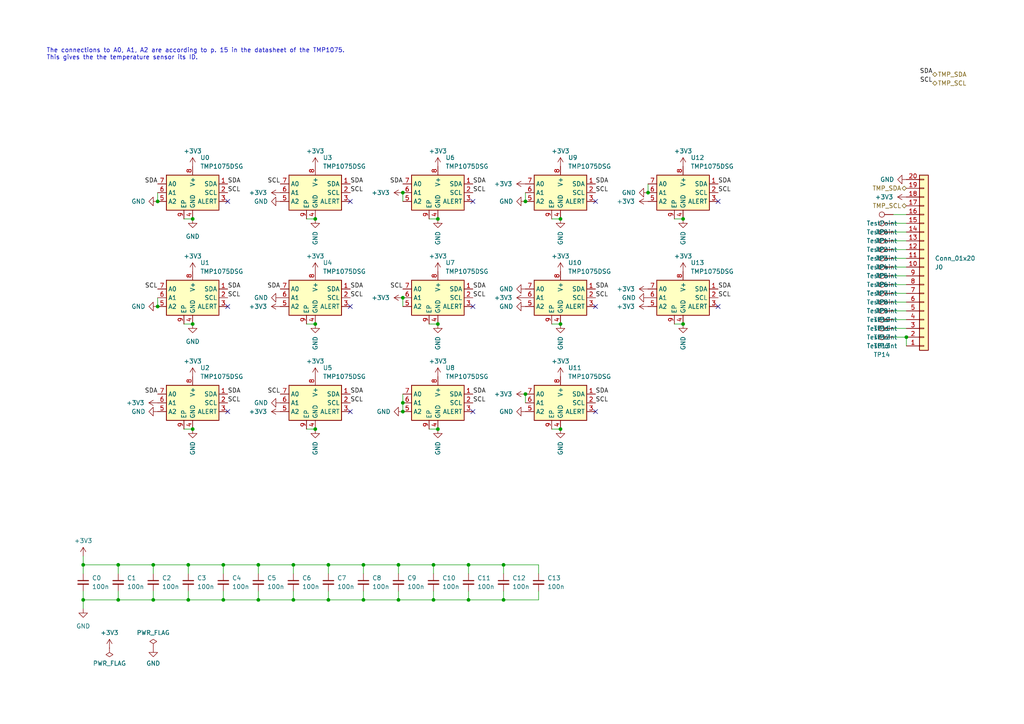
<source format=kicad_sch>
(kicad_sch (version 20231120) (generator "eeschema") (generator_version "8.0")
  (paper "A4")
  (lib_symbols
    (symbol "+3V3_1" (power) (pin_numbers hide) (pin_names (offset 0) hide)
      (property "Value" "+3V3" (at 0 3.556 0))
      (symbol "+3V3_1_0_1"
        (polyline (pts (xy -0.762 1.27) (xy 0 2.54)))
        (polyline (pts (xy 0 0) (xy 0 2.54)))
        (polyline (pts (xy 0 2.54) (xy 0.762 1.27)))
      )
      (symbol "+3V3_1_1_1"
        (pin power_in line (at 0 0 90) (length 0) (name "~") (number "1"))
      )
    )
    (symbol "Connector:TestPoint" (pin_numbers hide) (pin_names (offset 0.762) hide)
      (property "Reference" "TP" (at 0 6.858 0))
      (property "Value" "TestPoint" (at 0 5.08 0))
      (symbol "TestPoint_0_1"
        (circle (center 0 3.302) (radius 0.762))
      )
      (symbol "TestPoint_1_1"
        (pin passive line (at 0 0 90) (length 2.54) (name "1") (number "1"))
      )
    )
    (symbol "Connector_Generic:Conn_01x20" (pin_names (offset 1.016) hide)
      (property "Reference" "J" (at 0 25.4 0))
      (property "Value" "Conn_01x20" (at 0 -27.94 0))
      (symbol "Conn_01x20_1_1"
        (rectangle (start -1.27 -25.273) (end 0 -25.527) (stroke (width 0.1524)))
        (rectangle (start -1.27 -22.733) (end 0 -22.987) (stroke (width 0.1524)))
        (rectangle (start -1.27 -20.193) (end 0 -20.447) (stroke (width 0.1524)))
        (rectangle (start -1.27 -17.653) (end 0 -17.907) (stroke (width 0.1524)))
        (rectangle (start -1.27 -15.113) (end 0 -15.367) (stroke (width 0.1524)))
        (rectangle (start -1.27 -12.573) (end 0 -12.827) (stroke (width 0.1524)))
        (rectangle (start -1.27 -10.033) (end 0 -10.287) (stroke (width 0.1524)))
        (rectangle (start -1.27 -7.493) (end 0 -7.747) (stroke (width 0.1524)))
        (rectangle (start -1.27 -4.953) (end 0 -5.207) (stroke (width 0.1524)))
        (rectangle (start -1.27 -2.413) (end 0 -2.667) (stroke (width 0.1524)))
        (rectangle (start -1.27 0.127) (end 0 -0.127) (stroke (width 0.1524)))
        (rectangle (start -1.27 2.667) (end 0 2.413) (stroke (width 0.1524)))
        (rectangle (start -1.27 5.207) (end 0 4.953) (stroke (width 0.1524)))
        (rectangle (start -1.27 7.747) (end 0 7.493) (stroke (width 0.1524)))
        (rectangle (start -1.27 10.287) (end 0 10.033) (stroke (width 0.1524)))
        (rectangle (start -1.27 12.827) (end 0 12.573) (stroke (width 0.1524)))
        (rectangle (start -1.27 15.367) (end 0 15.113) (stroke (width 0.1524)))
        (rectangle (start -1.27 17.907) (end 0 17.653) (stroke (width 0.1524)))
        (rectangle (start -1.27 20.447) (end 0 20.193) (stroke (width 0.1524)))
        (rectangle (start -1.27 22.987) (end 0 22.733) (stroke (width 0.1524)))
        (rectangle (start -1.27 24.13) (end 1.27 -26.67) (stroke (width 0.254)) (fill (type background)))
        (pin passive line (at -5.08 22.86 0) (length 3.81) (name "Pin_1") (number "1"))
        (pin passive line (at -5.08 0 0) (length 3.81) (name "Pin_10") (number "10"))
        (pin passive line (at -5.08 -2.54 0) (length 3.81) (name "Pin_11") (number "11"))
        (pin passive line (at -5.08 -5.08 0) (length 3.81) (name "Pin_12") (number "12"))
        (pin passive line (at -5.08 -7.62 0) (length 3.81) (name "Pin_13") (number "13"))
        (pin passive line (at -5.08 -10.16 0) (length 3.81) (name "Pin_14") (number "14"))
        (pin passive line (at -5.08 -12.7 0) (length 3.81) (name "Pin_15") (number "15"))
        (pin passive line (at -5.08 -15.24 0) (length 3.81) (name "Pin_16") (number "16"))
        (pin passive line (at -5.08 -17.78 0) (length 3.81) (name "Pin_17") (number "17"))
        (pin passive line (at -5.08 -20.32 0) (length 3.81) (name "Pin_18") (number "18"))
        (pin passive line (at -5.08 -22.86 0) (length 3.81) (name "Pin_19") (number "19"))
        (pin passive line (at -5.08 20.32 0) (length 3.81) (name "Pin_2") (number "2"))
        (pin passive line (at -5.08 -25.4 0) (length 3.81) (name "Pin_20") (number "20"))
        (pin passive line (at -5.08 17.78 0) (length 3.81) (name "Pin_3") (number "3"))
        (pin passive line (at -5.08 15.24 0) (length 3.81) (name "Pin_4") (number "4"))
        (pin passive line (at -5.08 12.7 0) (length 3.81) (name "Pin_5") (number "5"))
        (pin passive line (at -5.08 10.16 0) (length 3.81) (name "Pin_6") (number "6"))
        (pin passive line (at -5.08 7.62 0) (length 3.81) (name "Pin_7") (number "7"))
        (pin passive line (at -5.08 5.08 0) (length 3.81) (name "Pin_8") (number "8"))
        (pin passive line (at -5.08 2.54 0) (length 3.81) (name "Pin_9") (number "9"))
      )
    )
    (symbol "Device:C_Small" (pin_numbers hide) (pin_names (offset 0.254) hide)
      (property "Reference" "C" (at 0.254 1.778 0))
      (property "Value" "C_Small" (at 0.254 -2.032 0))
      (symbol "C_Small_0_1"
        (polyline (pts (xy -1.524 -0.508) (xy 1.524 -0.508)) (stroke (width 0.3302)))
        (polyline (pts (xy -1.524 0.508) (xy 1.524 0.508)) (stroke (width 0.3048)))
      )
      (symbol "C_Small_1_1"
        (pin passive line (at 0 2.54 270) (length 2.032) (name "~") (number "1"))
        (pin passive line (at 0 -2.54 90) (length 2.032) (name "~") (number "2"))
      )
    )
    (symbol "Sensor_Temperature:TMP1075DSG"
      (property "Reference" "U" (at -6.35 6.35 0))
      (property "Value" "TMP1075DSG" (at 6.35 6.35 0))
      (symbol "TMP1075DSG_0_1"
        (rectangle (start -7.62 5.08) (end 7.62 -5.08) (stroke (width 0.254)) (fill (type background)))
      )
      (symbol "TMP1075DSG_1_1"
        (pin bidirectional line (at 10.16 2.54 180) (length 2.54) (name "SDA") (number "1"))
        (pin input line (at 10.16 0 180) (length 2.54) (name "SCL") (number "2"))
        (pin open_collector line (at 10.16 -2.54 180) (length 2.54) (name "ALERT") (number "3"))
        (pin power_in line (at 0 -7.62 90) (length 2.54) (name "GND") (number "4"))
        (pin input line (at -10.16 -2.54 0) (length 2.54) (name "A2") (number "5"))
        (pin input line (at -10.16 0 0) (length 2.54) (name "A1") (number "6"))
        (pin input line (at -10.16 2.54 0) (length 2.54) (name "A0") (number "7"))
        (pin power_in line (at 0 7.62 270) (length 2.54) (name "V+") (number "8"))
        (pin passive line (at -2.54 -7.62 90) (length 2.54) (name "EP") (number "9"))
      )
    )
    (symbol "power:+3V3" (power) (pin_names (offset 0))
      (property "Value" "+3V3" (at 0 3.556 0))
      (symbol "+3V3_0_1"
        (polyline (pts (xy -0.762 1.27) (xy 0 2.54)))
        (polyline (pts (xy 0 0) (xy 0 2.54)))
        (polyline (pts (xy 0 2.54) (xy 0.762 1.27)))
      )
      (symbol "+3V3_1_1"
        (pin power_in line (at 0 0 90) (length 0) hide (name "+3V3") (number "1"))
      )
    )
    (symbol "power:GND" (power) (pin_names (offset 0))
      (property "Value" "GND" (at 0 -3.81 0))
      (symbol "GND_0_1"
        (polyline (pts (xy 0 0) (xy 0 -1.27) (xy 1.27 -1.27) (xy 0 -2.54) (xy -1.27 -1.27) (xy 0 -1.27)))
      )
      (symbol "GND_1_1"
        (pin power_in line (at 0 0 270) (length 0) hide (name "GND") (number "1"))
      )
    )
    (symbol "power:PWR_FLAG" (power) (pin_numbers hide) (pin_names (offset 0) hide)
      (property "Value" "PWR_FLAG" (at 0 3.81 0))
      (symbol "PWR_FLAG_0_0"
        (pin power_out line (at 0 0 90) (length 0) (name "~") (number "1"))
      )
      (symbol "PWR_FLAG_0_1"
        (polyline (pts (xy 0 0) (xy 0 1.27) (xy -1.016 1.905) (xy 0 2.54) (xy 1.016 1.905) (xy 0 1.27)))
      )
    )
  )
  (junction (at 152.4 58.42))
  (junction (at 55.88 93.98))
  (junction (at 55.88 124.46))
  (junction (at 198.12 93.98))
  (junction (at 162.56 63.5))
  (junction (at 24.13 163.83))
  (junction (at 64.77 163.83))
  (junction (at 45.72 58.42))
  (junction (at 95.25 173.99))
  (junction (at 44.45 163.83))
  (junction (at 44.45 173.99))
  (junction (at 146.05 173.99))
  (junction (at 105.41 173.99))
  (junction (at 115.57 173.99))
  (junction (at 91.44 63.5))
  (junction (at 91.44 93.98))
  (junction (at 91.44 124.46))
  (junction (at 125.73 163.83))
  (junction (at 146.05 163.83))
  (junction (at 74.93 173.99))
  (junction (at 162.56 93.98))
  (junction (at 85.09 173.99))
  (junction (at 74.93 163.83))
  (junction (at 105.41 163.83))
  (junction (at 116.84 55.88))
  (junction (at 54.61 163.83))
  (junction (at 116.84 116.84))
  (junction (at 116.84 86.36))
  (junction (at 64.77 173.99))
  (junction (at 34.29 163.83))
  (junction (at 45.72 88.9))
  (junction (at 187.96 55.88))
  (junction (at 54.61 173.99))
  (junction (at 34.29 173.99))
  (junction (at 135.89 163.83))
  (junction (at 24.13 173.99))
  (junction (at 116.84 119.38))
  (junction (at 152.4 114.3))
  (junction (at 85.09 163.83))
  (junction (at 127 63.5))
  (junction (at 162.56 124.46))
  (junction (at 127 93.98))
  (junction (at 135.89 173.99))
  (junction (at 95.25 163.83))
  (junction (at 125.73 173.99))
  (junction (at 127 124.46))
  (junction (at 115.57 163.83))
  (junction (at 262.89 97.79))
  (junction (at 198.12 63.5))
  (junction (at 55.88 63.5))
  (no_connect (at 208.28 58.42))
  (no_connect (at 101.6 119.38))
  (no_connect (at 172.72 119.38))
  (no_connect (at 172.72 58.42))
  (no_connect (at 66.04 58.42))
  (no_connect (at 172.72 88.9))
  (no_connect (at 66.04 88.9))
  (no_connect (at 137.16 88.9))
  (no_connect (at 137.16 119.38))
  (no_connect (at 101.6 88.9))
  (no_connect (at 137.16 58.42))
  (no_connect (at 101.6 58.42))
  (no_connect (at 208.28 88.9))
  (no_connect (at 66.04 119.38))
  (wire (pts (xy 262.89 97.79) (xy 262.89 100.33)))
  (wire (pts (xy 259.08 74.93) (xy 262.89 74.93)))
  (wire (pts (xy 146.05 171.45) (xy 146.05 173.99)))
  (wire (pts (xy 54.61 173.99) (xy 44.45 173.99)))
  (wire (pts (xy 156.21 163.83) (xy 156.21 166.37)))
  (wire (pts (xy 88.9 93.98) (xy 91.44 93.98)))
  (wire (pts (xy 34.29 166.37) (xy 34.29 163.83)))
  (wire (pts (xy 64.77 173.99) (xy 54.61 173.99)))
  (wire (pts (xy 74.93 173.99) (xy 64.77 173.99)))
  (wire (pts (xy 105.41 173.99) (xy 95.25 173.99)))
  (wire (pts (xy 95.25 173.99) (xy 85.09 173.99)))
  (wire (pts (xy 259.08 72.39) (xy 262.89 72.39)))
  (wire (pts (xy 24.13 161.29) (xy 24.13 163.83)))
  (wire (pts (xy 105.41 171.45) (xy 105.41 173.99)))
  (wire (pts (xy 115.57 171.45) (xy 115.57 173.99)))
  (wire (pts (xy 125.73 163.83) (xy 125.73 166.37)))
  (wire (pts (xy 146.05 163.83) (xy 146.05 166.37)))
  (wire (pts (xy 259.08 95.25) (xy 262.89 95.25)))
  (wire (pts (xy 259.08 90.17) (xy 262.89 90.17)))
  (wire (pts (xy 53.34 63.5) (xy 55.88 63.5)))
  (wire (pts (xy 34.29 173.99) (xy 24.13 173.99)))
  (wire (pts (xy 34.29 163.83) (xy 44.45 163.83)))
  (wire (pts (xy 259.08 80.01) (xy 262.89 80.01)))
  (wire (pts (xy 125.73 173.99) (xy 115.57 173.99)))
  (wire (pts (xy 146.05 163.83) (xy 156.21 163.83)))
  (wire (pts (xy 74.93 163.83) (xy 74.93 166.37)))
  (wire (pts (xy 195.58 63.5) (xy 198.12 63.5)))
  (wire (pts (xy 54.61 171.45) (xy 54.61 173.99)))
  (wire (pts (xy 44.45 163.83) (xy 44.45 166.37)))
  (wire (pts (xy 85.09 171.45) (xy 85.09 173.99)))
  (wire (pts (xy 156.21 173.99) (xy 146.05 173.99)))
  (wire (pts (xy 152.4 114.3) (xy 152.4 116.84)))
  (wire (pts (xy 53.34 93.98) (xy 55.88 93.98)))
  (wire (pts (xy 95.25 171.45) (xy 95.25 173.99)))
  (wire (pts (xy 124.46 93.98) (xy 127 93.98)))
  (wire (pts (xy 116.84 114.3) (xy 116.84 116.84)))
  (wire (pts (xy 85.09 173.99) (xy 74.93 173.99)))
  (wire (pts (xy 85.09 163.83) (xy 95.25 163.83)))
  (wire (pts (xy 64.77 163.83) (xy 74.93 163.83)))
  (wire (pts (xy 74.93 163.83) (xy 85.09 163.83)))
  (wire (pts (xy 259.08 67.31) (xy 262.89 67.31)))
  (wire (pts (xy 115.57 163.83) (xy 115.57 166.37)))
  (wire (pts (xy 45.72 86.36) (xy 45.72 88.9)))
  (wire (pts (xy 135.89 173.99) (xy 125.73 173.99)))
  (wire (pts (xy 105.41 163.83) (xy 115.57 163.83)))
  (wire (pts (xy 195.58 93.98) (xy 198.12 93.98)))
  (wire (pts (xy 135.89 171.45) (xy 135.89 173.99)))
  (wire (pts (xy 24.13 163.83) (xy 34.29 163.83)))
  (wire (pts (xy 64.77 171.45) (xy 64.77 173.99)))
  (wire (pts (xy 259.08 64.77) (xy 262.89 64.77)))
  (wire (pts (xy 135.89 163.83) (xy 135.89 166.37)))
  (wire (pts (xy 54.61 163.83) (xy 64.77 163.83)))
  (wire (pts (xy 95.25 163.83) (xy 105.41 163.83)))
  (wire (pts (xy 187.96 53.34) (xy 187.96 55.88)))
  (wire (pts (xy 85.09 163.83) (xy 85.09 166.37)))
  (wire (pts (xy 160.02 124.46) (xy 162.56 124.46)))
  (wire (pts (xy 45.72 55.88) (xy 45.72 58.42)))
  (wire (pts (xy 34.29 171.45) (xy 34.29 173.99)))
  (wire (pts (xy 259.08 82.55) (xy 262.89 82.55)))
  (wire (pts (xy 259.08 85.09) (xy 262.89 85.09)))
  (wire (pts (xy 116.84 55.88) (xy 116.84 58.42)))
  (wire (pts (xy 44.45 173.99) (xy 34.29 173.99)))
  (wire (pts (xy 259.08 69.85) (xy 262.89 69.85)))
  (wire (pts (xy 54.61 163.83) (xy 54.61 166.37)))
  (wire (pts (xy 152.4 55.88) (xy 152.4 58.42)))
  (wire (pts (xy 44.45 171.45) (xy 44.45 173.99)))
  (wire (pts (xy 115.57 163.83) (xy 125.73 163.83)))
  (wire (pts (xy 74.93 171.45) (xy 74.93 173.99)))
  (wire (pts (xy 124.46 124.46) (xy 127 124.46)))
  (wire (pts (xy 135.89 163.83) (xy 146.05 163.83)))
  (wire (pts (xy 160.02 93.98) (xy 162.56 93.98)))
  (wire (pts (xy 259.08 77.47) (xy 262.89 77.47)))
  (wire (pts (xy 115.57 173.99) (xy 105.41 173.99)))
  (wire (pts (xy 259.08 87.63) (xy 262.89 87.63)))
  (wire (pts (xy 125.73 171.45) (xy 125.73 173.99)))
  (wire (pts (xy 116.84 86.36) (xy 116.84 88.9)))
  (wire (pts (xy 259.08 92.71) (xy 262.89 92.71)))
  (wire (pts (xy 124.46 63.5) (xy 127 63.5)))
  (wire (pts (xy 24.13 171.45) (xy 24.13 173.99)))
  (wire (pts (xy 24.13 163.83) (xy 24.13 166.37)))
  (wire (pts (xy 64.77 163.83) (xy 64.77 166.37)))
  (wire (pts (xy 88.9 63.5) (xy 91.44 63.5)))
  (wire (pts (xy 259.08 62.23) (xy 262.89 62.23)))
  (wire (pts (xy 95.25 166.37) (xy 95.25 163.83)))
  (wire (pts (xy 146.05 173.99) (xy 135.89 173.99)))
  (wire (pts (xy 88.9 124.46) (xy 91.44 124.46)))
  (wire (pts (xy 160.02 63.5) (xy 162.56 63.5)))
  (wire (pts (xy 105.41 163.83) (xy 105.41 166.37)))
  (wire (pts (xy 53.34 124.46) (xy 55.88 124.46)))
  (wire (pts (xy 44.45 163.83) (xy 54.61 163.83)))
  (wire (pts (xy 24.13 173.99) (xy 24.13 176.53)))
  (wire (pts (xy 156.21 171.45) (xy 156.21 173.99)))
  (wire (pts (xy 116.84 116.84) (xy 116.84 119.38)))
  (wire (pts (xy 125.73 163.83) (xy 135.89 163.83)))
  (wire (pts (xy 259.08 97.79) (xy 262.89 97.79)))
  (text "The connections to A0, A1, A2 are according to p. 15 in the datasheet of the TMP1075. \nThis gives the the temperature sensor its ID. " (at 13.462 15.748 0) (effects (font (size 1.27 1.27)) (justify left)))
  (label "SDA" (at 208.28 53.34 0))
  (label "SCL" (at 137.16 116.84 0))
  (label "SDA" (at 172.72 53.34 0))
  (label "SCL" (at 101.6 55.88 0))
  (label "SDA" (at 81.28 83.82 180))
  (label "SDA" (at 45.72 114.3 180))
  (label "SDA" (at 45.72 53.34 180))
  (label "SCL" (at 66.04 55.88 0))
  (label "SCL" (at 270.51 24.13 180))
  (label "SDA" (at 66.04 83.82 0))
  (label "SDA" (at 137.16 53.34 0))
  (label "SCL" (at 137.16 55.88 0))
  (label "SCL" (at 172.72 55.88 0))
  (label "SDA" (at 172.72 114.3 0))
  (label "SCL" (at 81.28 114.3 180))
  (label "SCL" (at 101.6 116.84 0))
  (label "SDA" (at 172.72 83.82 0))
  (label "SDA" (at 116.84 53.34 180))
  (label "SCL" (at 66.04 116.84 0))
  (label "SDA" (at 101.6 114.3 0))
  (label "SCL" (at 66.04 86.36 0))
  (label "SDA" (at 137.16 83.82 0))
  (label "SCL" (at 208.28 55.88 0))
  (label "SDA" (at 137.16 114.3 0))
  (label "SCL" (at 137.16 86.36 0))
  (label "SDA" (at 101.6 53.34 0))
  (label "SDA" (at 270.51 21.59 180))
  (label "SCL" (at 172.72 86.36 0))
  (label "SDA" (at 101.6 83.82 0))
  (label "SCL" (at 208.28 86.36 0))
  (label "SDA" (at 66.04 114.3 0))
  (label "SCL" (at 172.72 116.84 0))
  (label "SDA" (at 66.04 53.34 0))
  (label "SCL" (at 116.84 83.82 180))
  (label "SCL" (at 45.72 83.82 180))
  (label "SCL" (at 81.28 53.34 180))
  (label "SDA" (at 208.28 83.82 0))
  (label "SCL" (at 101.6 86.36 0))
  (hierarchical_label "TMP_SCL" (shape bidirectional) (at 270.51 24.13 0))
  (hierarchical_label "TMP_SDA" (shape bidirectional) (at 270.51 21.59 0))
  (hierarchical_label "TMP_SDA" (shape bidirectional) (at 262.89 54.61 180))
  (hierarchical_label "TMP_SCL" (shape bidirectional) (at 262.89 59.69 180))
  (symbol (lib_id "power:GND") (at 24.13 176.53 0) (unit 1)
    (property "Reference" "#PWR01" (effects (hide yes)))
    (property "Value" "GND" (at 24.13 181.61 0))
  )
  (symbol (lib_id "power:+3V3") (at 31.75 187.96 0) (mirror y) (unit 1)
    (property "Reference" "#PWR02" (effects (hide yes)))
    (property "Value" "+3V3" (at 31.75 183.515 0))
  )
  (symbol (lib_id "power:+3V3") (at 91.44 48.26 0) (unit 1)
    (property "Reference" "#PWR020" (effects (hide yes)))
    (property "Value" "+3V3" (at 91.44 43.815 0))
  )
  (symbol (lib_id "power:+3V3") (at 152.4 53.34 90) (mirror x) (unit 1)
    (property "Reference" "#PWR035" (effects (hide yes)))
    (property "Value" "+3V3" (at 148.59 53.3401 90) (effects (justify left)))
  )
  (symbol (lib_id "Sensor_Temperature:TMP1075DSG") (at 55.88 116.84 0) (unit 1)
    (property "Reference" "U2" (at 58.0741 106.68 0) (effects (justify left)))
    (property "Value" "TMP1075DSG" (at 58.0741 109.22 0) (effects (justify left)))
    (property "Footprint" "Package_SON:WSON-8-1EP_2x2mm_P0.5mm_EP0.9x1.6mm_ThermalVias" (effects (hide yes)))
    (property "Datasheet" "https://www.ti.com/lit/gpn/tmp1075" (effects (hide yes)))
  )
  (symbol (lib_id "Device:C_Small") (at 156.21 168.91 0) (unit 1)
    (property "Reference" "C13" (at 158.75 167.6462 0) (effects (justify left)))
    (property "Value" "100n" (at 158.75 170.1862 0) (effects (justify left)))
    (property "Footprint" "Capacitor_SMD:C_0603_1608Metric" (effects (hide yes)))
  )
  (symbol (lib_id "power:GND") (at 55.88 124.46 0) (unit 1)
    (property "Reference" "#PWR013" (effects (hide yes)))
    (property "Value" "GND" (at 55.88 132.08 90) (effects (justify left)))
  )
  (symbol (lib_id "Sensor_Temperature:TMP1075DSG") (at 162.56 86.36 0) (unit 1)
    (property "Reference" "U10" (at 164.7541 76.2 0) (effects (justify left)))
    (property "Value" "TMP1075DSG" (at 164.7541 78.74 0) (effects (justify left)))
    (property "Footprint" "Package_SON:WSON-8-1EP_2x2mm_P0.5mm_EP0.9x1.6mm_ThermalVias" (effects (hide yes)))
    (property "Datasheet" "https://www.ti.com/lit/gpn/tmp1075" (effects (hide yes)))
  )
  (symbol (lib_id "Connector:TestPoint") (at 259.08 97.79 90) (mirror x) (unit 1)
    (property "Reference" "TP14" (at 255.778 102.87 90))
    (property "Value" "TestPoint" (at 255.778 100.33 90))
    (property "Footprint" "TestPoint:TestPoint_Pad_1.0x1.0mm" (effects (hide yes)))
    (property "Description" "test point" (effects (hide yes)))
  )
  (symbol (lib_id "power:GND") (at 81.28 86.36 270) (mirror x) (unit 1)
    (property "Reference" "#PWR016" (effects (hide yes)))
    (property "Value" "GND" (at 73.66 86.36 90) (effects (justify left)))
  )
  (symbol (lib_id "Sensor_Temperature:TMP1075DSG") (at 198.12 55.88 0) (unit 1)
    (property "Reference" "U12" (at 200.3141 45.72 0) (effects (justify left)))
    (property "Value" "TMP1075DSG" (at 200.3141 48.26 0) (effects (justify left)))
    (property "Footprint" "Package_SON:WSON-8-1EP_2x2mm_P0.5mm_EP0.9x1.6mm_ThermalVias" (effects (hide yes)))
    (property "Datasheet" "https://www.ti.com/lit/gpn/tmp1075" (effects (hide yes)))
  )
  (symbol (lib_id "Sensor_Temperature:TMP1075DSG") (at 127 116.84 0) (unit 1)
    (property "Reference" "U8" (at 129.1941 106.68 0) (effects (justify left)))
    (property "Value" "TMP1075DSG" (at 129.1941 109.22 0) (effects (justify left)))
    (property "Footprint" "Package_SON:WSON-8-1EP_2x2mm_P0.5mm_EP0.9x1.6mm_ThermalVias" (effects (hide yes)))
    (property "Datasheet" "https://www.ti.com/lit/gpn/tmp1075" (effects (hide yes)))
  )
  (symbol (lib_id "Device:C_Small") (at 54.61 168.91 0) (unit 1)
    (property "Reference" "C3" (at 57.15 167.6462 0) (effects (justify left)))
    (property "Value" "100n" (at 57.15 170.1862 0) (effects (justify left)))
    (property "Footprint" "Capacitor_SMD:C_0603_1608Metric" (effects (hide yes)))
  )
  (symbol (lib_id "power:GND") (at 116.84 119.38 270) (unit 1)
    (property "Reference" "#PWR028" (effects (hide yes)))
    (property "Value" "GND" (at 109.22 119.38 90) (effects (justify left)))
  )
  (symbol (lib_id "Sensor_Temperature:TMP1075DSG") (at 127 55.88 0) (unit 1)
    (property "Reference" "U6" (at 129.1941 45.72 0) (effects (justify left)))
    (property "Value" "TMP1075DSG" (at 129.1941 48.26 0) (effects (justify left)))
    (property "Footprint" "Package_SON:WSON-8-1EP_2x2mm_P0.5mm_EP0.9x1.6mm_ThermalVias" (effects (hide yes)))
    (property "Datasheet" "https://www.ti.com/lit/gpn/tmp1075" (effects (hide yes)))
  )
  (symbol (lib_id "power:+3V3") (at 152.4 114.3 90) (mirror x) (unit 1)
    (property "Reference" "#PWR040" (effects (hide yes)))
    (property "Value" "+3V3" (at 148.59 114.3001 90) (effects (justify left)))
  )
  (symbol (lib_id "power:GND") (at 44.45 187.96 0) (mirror y) (unit 1)
    (property "Reference" "#PWR03" (effects (hide yes)))
    (property "Value" "GND" (at 44.45 192.405 0))
  )
  (symbol (lib_id "Connector:TestPoint") (at 259.08 62.23 90) (mirror x) (unit 1)
    (property "Reference" "TP0" (at 255.778 67.31 90))
    (property "Value" "TestPoint" (at 255.778 64.77 90))
    (property "Footprint" "TestPoint:TestPoint_Pad_1.0x1.0mm" (effects (hide yes)))
    (property "Description" "test point" (effects (hide yes)))
  )
  (symbol (lib_id "Device:C_Small") (at 95.25 168.91 0) (unit 1)
    (property "Reference" "C7" (at 97.79 167.6462 0) (effects (justify left)))
    (property "Value" "100n" (at 97.79 170.1862 0) (effects (justify left)))
    (property "Footprint" "Capacitor_SMD:C_0603_1608Metric" (effects (hide yes)))
  )
  (symbol (lib_id "power:+3V3") (at 81.28 119.38 90) (mirror x) (unit 1)
    (property "Reference" "#PWR019" (effects (hide yes)))
    (property "Value" "+3V3" (at 77.47 119.3801 90) (effects (justify left)))
  )
  (symbol (lib_id "Sensor_Temperature:TMP1075DSG") (at 91.44 55.88 0) (unit 1)
    (property "Reference" "U3" (at 93.6341 45.72 0) (effects (justify left)))
    (property "Value" "TMP1075DSG" (at 93.6341 48.26 0) (effects (justify left)))
    (property "Footprint" "Package_SON:WSON-8-1EP_2x2mm_P0.5mm_EP0.9x1.6mm_ThermalVias" (effects (hide yes)))
    (property "Datasheet" "https://www.ti.com/lit/gpn/tmp1075" (effects (hide yes)))
  )
  (symbol (lib_id "power:+3V3") (at 198.12 78.74 0) (unit 1)
    (property "Reference" "#PWR055" (effects (hide yes)))
    (property "Value" "+3V3" (at 198.12 74.295 0))
  )
  (symbol (lib_id "Sensor_Temperature:TMP1075DSG") (at 162.56 116.84 0) (unit 1)
    (property "Reference" "U11" (at 164.7541 106.68 0) (effects (justify left)))
    (property "Value" "TMP1075DSG" (at 164.7541 109.22 0) (effects (justify left)))
    (property "Footprint" "Package_SON:WSON-8-1EP_2x2mm_P0.5mm_EP0.9x1.6mm_ThermalVias" (effects (hide yes)))
    (property "Datasheet" "https://www.ti.com/lit/gpn/tmp1075" (effects (hide yes)))
  )
  (symbol (lib_id "power:GND") (at 187.96 86.36 270) (mirror x) (unit 1)
    (property "Reference" "#PWR051" (effects (hide yes)))
    (property "Value" "GND" (at 180.34 86.36 90) (effects (justify left)))
  )
  (symbol (lib_id "Sensor_Temperature:TMP1075DSG") (at 55.88 55.88 0) (unit 1)
    (property "Reference" "U0" (at 58.0741 45.72 0) (effects (justify left)))
    (property "Value" "TMP1075DSG" (at 58.0741 48.26 0) (effects (justify left)))
    (property "Footprint" "Package_SON:WSON-8-1EP_2x2mm_P0.5mm_EP0.9x1.6mm_ThermalVias" (effects (hide yes)))
    (property "Datasheet" "https://www.ti.com/lit/gpn/tmp1075" (effects (hide yes)))
  )
  (symbol (lib_id "power:+3V3") (at 55.88 78.74 0) (unit 1)
    (property "Reference" "#PWR010" (effects (hide yes)))
    (property "Value" "+3V3" (at 55.88 74.295 0))
  )
  (symbol (lib_id "power:GND") (at 152.4 58.42 270) (unit 1)
    (property "Reference" "#PWR036" (effects (hide yes)))
    (property "Value" "GND" (at 144.78 58.42 90) (effects (justify left)))
  )
  (symbol (lib_id "Connector:TestPoint") (at 259.08 67.31 90) (mirror x) (unit 1)
    (property "Reference" "TP2" (at 255.778 72.39 90))
    (property "Value" "TestPoint" (at 255.778 69.85 90))
    (property "Footprint" "TestPoint:TestPoint_Pad_1.0x1.0mm" (effects (hide yes)))
    (property "Description" "test point" (effects (hide yes)))
  )
  (symbol (lib_id "Device:C_Small") (at 24.13 168.91 0) (unit 1)
    (property "Reference" "C0" (at 26.67 167.6462 0) (effects (justify left)))
    (property "Value" "100n" (at 26.67 170.1862 0) (effects (justify left)))
    (property "Footprint" "Capacitor_SMD:C_0603_1608Metric" (effects (hide yes)))
  )
  (symbol (lib_id "power:GND") (at 91.44 124.46 0) (unit 1)
    (property "Reference" "#PWR025" (effects (hide yes)))
    (property "Value" "GND" (at 91.44 132.08 90) (effects (justify left)))
  )
  (symbol (lib_id "Device:C_Small") (at 125.73 168.91 0) (unit 1)
    (property "Reference" "C10" (at 128.27 167.6462 0) (effects (justify left)))
    (property "Value" "100n" (at 128.27 170.1862 0) (effects (justify left)))
    (property "Footprint" "Capacitor_SMD:C_0603_1608Metric" (effects (hide yes)))
  )
  (symbol (lib_id "power:+3V3") (at 55.88 109.22 0) (unit 1)
    (property "Reference" "#PWR012" (effects (hide yes)))
    (property "Value" "+3V3" (at 55.88 104.775 0))
  )
  (symbol (lib_id "power:GND") (at 198.12 63.5 0) (unit 1)
    (property "Reference" "#PWR054" (effects (hide yes)))
    (property "Value" "GND" (at 198.12 71.12 90) (effects (justify left)))
  )
  (symbol (lib_id "Device:C_Small") (at 74.93 168.91 0) (unit 1)
    (property "Reference" "C5" (at 77.47 167.6462 0) (effects (justify left)))
    (property "Value" "100n" (at 77.47 170.1862 0) (effects (justify left)))
    (property "Footprint" "Capacitor_SMD:C_0603_1608Metric" (effects (hide yes)))
  )
  (symbol (lib_id "power:GND") (at 162.56 63.5 0) (unit 1)
    (property "Reference" "#PWR043" (effects (hide yes)))
    (property "Value" "GND" (at 162.56 71.12 90) (effects (justify left)))
  )
  (symbol (lib_id "Sensor_Temperature:TMP1075DSG") (at 55.88 86.36 0) (unit 1)
    (property "Reference" "U1" (at 58.0741 76.2 0) (effects (justify left)))
    (property "Value" "TMP1075DSG" (at 58.0741 78.74 0) (effects (justify left)))
    (property "Footprint" "Package_SON:WSON-8-1EP_2x2mm_P0.5mm_EP0.9x1.6mm_ThermalVias" (effects (hide yes)))
    (property "Datasheet" "https://www.ti.com/lit/gpn/tmp1075" (effects (hide yes)))
  )
  (symbol (lib_id "Connector:TestPoint") (at 259.08 95.25 90) (mirror x) (unit 1)
    (property "Reference" "TP13" (at 255.778 100.33 90))
    (property "Value" "TestPoint" (at 255.778 97.79 90))
    (property "Footprint" "TestPoint:TestPoint_Pad_1.0x1.0mm" (effects (hide yes)))
    (property "Description" "test point" (effects (hide yes)))
  )
  (symbol (lib_id "Connector:TestPoint") (at 259.08 85.09 90) (mirror x) (unit 1)
    (property "Reference" "TP9" (at 255.778 90.17 90))
    (property "Value" "TestPoint" (at 255.778 87.63 90))
    (property "Footprint" "TestPoint:TestPoint_Pad_1.0x1.0mm" (effects (hide yes)))
    (property "Description" "test point" (effects (hide yes)))
  )
  (symbol (lib_id "power:GND") (at 262.89 52.07 270) (mirror x) (unit 1)
    (property "Reference" "#PWR057" (effects (hide yes)))
    (property "Value" "GND" (at 255.27 52.07 90) (effects (justify left)))
  )
  (symbol (lib_id "Device:C_Small") (at 85.09 168.91 0) (unit 1)
    (property "Reference" "C6" (at 87.63 167.6462 0) (effects (justify left)))
    (property "Value" "100n" (at 87.63 170.1862 0) (effects (justify left)))
    (property "Footprint" "Capacitor_SMD:C_0603_1608Metric" (effects (hide yes)))
  )
  (symbol (lib_id "power:GND") (at 162.56 93.98 0) (unit 1)
    (property "Reference" "#PWR045" (effects (hide yes)))
    (property "Value" "GND" (at 162.56 101.6 90) (effects (justify left)))
  )
  (symbol (lib_id "power:PWR_FLAG") (at 31.75 187.96 180) (unit 1)
    (property "Reference" "#FLG00" (effects (hide yes)))
    (property "Value" "PWR_FLAG" (at 31.75 192.405 0))
    (property "Description" "Special symbol for telling ERC where power comes from" (effects (hide yes)))
  )
  (symbol (lib_id "Device:C_Small") (at 44.45 168.91 0) (unit 1)
    (property "Reference" "C2" (at 46.99 167.6462 0) (effects (justify left)))
    (property "Value" "100n" (at 46.99 170.1862 0) (effects (justify left)))
    (property "Footprint" "Capacitor_SMD:C_0603_1608Metric" (effects (hide yes)))
  )
  (symbol (lib_id "Connector:TestPoint") (at 259.08 74.93 90) (mirror x) (unit 1)
    (property "Reference" "TP5" (at 255.778 80.01 90))
    (property "Value" "TestPoint" (at 255.778 77.47 90))
    (property "Footprint" "TestPoint:TestPoint_Pad_1.0x1.0mm" (effects (hide yes)))
    (property "Description" "test point" (effects (hide yes)))
  )
  (symbol (lib_id "Connector:TestPoint") (at 259.08 90.17 90) (mirror x) (unit 1)
    (property "Reference" "TP11" (at 255.778 95.25 90))
    (property "Value" "TestPoint" (at 255.778 92.71 90))
    (property "Footprint" "TestPoint:TestPoint_Pad_1.0x1.0mm" (effects (hide yes)))
    (property "Description" "test point" (effects (hide yes)))
  )
  (symbol (lib_id "power:GND") (at 81.28 58.42 270) (unit 1)
    (property "Reference" "#PWR015" (effects (hide yes)))
    (property "Value" "GND" (at 73.66 58.42 90) (effects (justify left)))
  )
  (symbol (lib_id "Device:C_Small") (at 64.77 168.91 0) (unit 1)
    (property "Reference" "C4" (at 67.31 167.6462 0) (effects (justify left)))
    (property "Value" "100n" (at 67.31 170.1862 0) (effects (justify left)))
    (property "Footprint" "Capacitor_SMD:C_0603_1608Metric" (effects (hide yes)))
  )
  (symbol (lib_id "Connector:TestPoint") (at 259.08 80.01 90) (mirror x) (unit 1)
    (property "Reference" "TP7" (at 255.778 85.09 90))
    (property "Value" "TestPoint" (at 255.778 82.55 90))
    (property "Footprint" "TestPoint:TestPoint_Pad_1.0x1.0mm" (effects (hide yes)))
    (property "Description" "test point" (effects (hide yes)))
  )
  (symbol (lib_id "power:GND") (at 45.72 119.38 270) (unit 1)
    (property "Reference" "#PWR07" (effects (hide yes)))
    (property "Value" "GND" (at 38.1 119.38 90) (effects (justify left)))
  )
  (symbol (lib_id "power:+3V3") (at 198.12 48.26 0) (unit 1)
    (property "Reference" "#PWR053" (effects (hide yes)))
    (property "Value" "+3V3" (at 198.12 43.815 0))
  )
  (symbol (lib_id "Sensor_Temperature:TMP1075DSG") (at 91.44 86.36 0) (unit 1)
    (property "Reference" "U4" (at 93.6341 76.2 0) (effects (justify left)))
    (property "Value" "TMP1075DSG" (at 93.6341 78.74 0) (effects (justify left)))
    (property "Footprint" "Package_SON:WSON-8-1EP_2x2mm_P0.5mm_EP0.9x1.6mm_ThermalVias" (effects (hide yes)))
    (property "Datasheet" "https://www.ti.com/lit/gpn/tmp1075" (effects (hide yes)))
  )
  (symbol (lib_id "power:+3V3") (at 127 109.22 0) (unit 1)
    (property "Reference" "#PWR033" (effects (hide yes)))
    (property "Value" "+3V3" (at 127 104.775 0))
  )
  (symbol (lib_id "Connector:TestPoint") (at 259.08 64.77 90) (mirror x) (unit 1)
    (property "Reference" "TP1" (at 255.778 69.85 90))
    (property "Value" "TestPoint" (at 255.778 67.31 90))
    (property "Footprint" "TestPoint:TestPoint_Pad_1.0x1.0mm" (effects (hide yes)))
    (property "Description" "test point" (effects (hide yes)))
  )
  (symbol (lib_id "power:GND") (at 91.44 93.98 0) (unit 1)
    (property "Reference" "#PWR023" (effects (hide yes)))
    (property "Value" "GND" (at 91.44 101.6 90) (effects (justify left)))
  )
  (symbol (lib_id "power:GND") (at 55.88 63.5 0) (unit 1)
    (property "Reference" "#PWR09" (effects (hide yes)))
    (property "Value" "GND" (at 55.88 68.58 0))
  )
  (symbol (lib_id "Connector:TestPoint") (at 259.08 69.85 90) (mirror x) (unit 1)
    (property "Reference" "TP3" (at 255.778 74.93 90))
    (property "Value" "TestPoint" (at 255.778 72.39 90))
    (property "Footprint" "TestPoint:TestPoint_Pad_1.0x1.0mm" (effects (hide yes)))
    (property "Description" "test point" (effects (hide yes)))
  )
  (symbol (lib_id "Device:C_Small") (at 135.89 168.91 0) (unit 1)
    (property "Reference" "C11" (at 138.43 167.6462 0) (effects (justify left)))
    (property "Value" "100n" (at 138.43 170.1862 0) (effects (justify left)))
    (property "Footprint" "Capacitor_SMD:C_0603_1608Metric" (effects (hide yes)))
  )
  (symbol (lib_id "Connector:TestPoint") (at 259.08 77.47 90) (mirror x) (unit 1)
    (property "Reference" "TP6" (at 255.778 82.55 90))
    (property "Value" "TestPoint" (at 255.778 80.01 90))
    (property "Footprint" "TestPoint:TestPoint_Pad_1.0x1.0mm" (effects (hide yes)))
    (property "Description" "test point" (effects (hide yes)))
  )
  (symbol (lib_id "Device:C_Small") (at 105.41 168.91 0) (unit 1)
    (property "Reference" "C8" (at 107.95 167.6462 0) (effects (justify left)))
    (property "Value" "100n" (at 107.95 170.1862 0) (effects (justify left)))
    (property "Footprint" "Capacitor_SMD:C_0603_1608Metric" (effects (hide yes)))
  )
  (symbol (lib_id "power:+3V3") (at 187.96 88.9 90) (unit 1)
    (property "Reference" "#PWR052" (effects (hide yes)))
    (property "Value" "+3V3" (at 184.15 88.8999 90) (effects (justify left)))
  )
  (symbol (lib_id "power:+3V3") (at 81.28 55.88 90) (unit 1)
    (property "Reference" "#PWR014" (effects (hide yes)))
    (property "Value" "+3V3" (at 77.47 55.8799 90) (effects (justify left)))
  )
  (symbol (lib_id "Sensor_Temperature:TMP1075DSG") (at 127 86.36 0) (unit 1)
    (property "Reference" "U7" (at 129.1941 76.2 0) (effects (justify left)))
    (property "Value" "TMP1075DSG" (at 129.1941 78.74 0) (effects (justify left)))
    (property "Footprint" "Package_SON:WSON-8-1EP_2x2mm_P0.5mm_EP0.9x1.6mm_ThermalVias" (effects (hide yes)))
    (property "Datasheet" "https://www.ti.com/lit/gpn/tmp1075" (effects (hide yes)))
  )
  (symbol (lib_id "Connector:TestPoint") (at 259.08 92.71 90) (mirror x) (unit 1)
    (property "Reference" "TP12" (at 255.778 97.79 90))
    (property "Value" "TestPoint" (at 255.778 95.25 90))
    (property "Footprint" "TestPoint:TestPoint_Pad_1.0x1.0mm" (effects (hide yes)))
    (property "Description" "test point" (effects (hide yes)))
  )
  (symbol (lib_id "power:+3V3") (at 127 78.74 0) (unit 1)
    (property "Reference" "#PWR031" (effects (hide yes)))
    (property "Value" "+3V3" (at 127 74.295 0))
  )
  (symbol (lib_id "power:PWR_FLAG") (at 44.45 187.96 0) (unit 1)
    (property "Reference" "#FLG01" (effects (hide yes)))
    (property "Value" "PWR_FLAG" (at 44.45 183.515 0))
    (property "Description" "Special symbol for telling ERC where power comes from" (effects (hide yes)))
  )
  (symbol (lib_id "power:+3V3") (at 55.88 48.26 0) (unit 1)
    (property "Reference" "#PWR08" (effects (hide yes)))
    (property "Value" "+3V3" (at 55.88 43.815 0))
  )
  (symbol (lib_id "Sensor_Temperature:TMP1075DSG") (at 198.12 86.36 0) (unit 1)
    (property "Reference" "U13" (at 200.3141 76.2 0) (effects (justify left)))
    (property "Value" "TMP1075DSG" (at 200.3141 78.74 0) (effects (justify left)))
    (property "Footprint" "Package_SON:WSON-8-1EP_2x2mm_P0.5mm_EP0.9x1.6mm_ThermalVias" (effects (hide yes)))
    (property "Datasheet" "https://www.ti.com/lit/gpn/tmp1075" (effects (hide yes)))
  )
  (symbol (lib_id "power:+3V3") (at 45.72 116.84 90) (unit 1)
    (property "Reference" "#PWR06" (effects (hide yes)))
    (property "Value" "+3V3" (at 41.91 116.8399 90) (effects (justify left)))
  )
  (symbol (lib_name "+3V3_1") (lib_id "power:+3V3") (at 24.13 161.29 0) (unit 1)
    (property "Reference" "#PWR00" (effects (hide yes)))
    (property "Value" "+3V3" (at 24.13 156.845 0))
    (property "Description" "Power symbol creates a global label with name \"+3V3\"" (effects (hide yes)))
  )
  (symbol (lib_id "power:GND") (at 127 124.46 0) (unit 1)
    (property "Reference" "#PWR034" (effects (hide yes)))
    (property "Value" "GND" (at 127 132.08 90) (effects (justify left)))
  )
  (symbol (lib_id "power:GND") (at 198.12 93.98 0) (unit 1)
    (property "Reference" "#PWR056" (effects (hide yes)))
    (property "Value" "GND" (at 198.12 101.6 90) (effects (justify left)))
  )
  (symbol (lib_id "power:+3V3") (at 162.56 78.74 0) (unit 1)
    (property "Reference" "#PWR044" (effects (hide yes)))
    (property "Value" "+3V3" (at 162.56 74.295 0))
  )
  (symbol (lib_id "power:GND") (at 187.96 55.88 270) (mirror x) (unit 1)
    (property "Reference" "#PWR048" (effects (hide yes)))
    (property "Value" "GND" (at 180.34 55.88 90) (effects (justify left)))
  )
  (symbol (lib_id "Connector:TestPoint") (at 259.08 87.63 90) (mirror x) (unit 1)
    (property "Reference" "TP10" (at 255.778 92.71 90))
    (property "Value" "TestPoint" (at 255.778 90.17 90))
    (property "Footprint" "TestPoint:TestPoint_Pad_1.0x1.0mm" (effects (hide yes)))
    (property "Description" "test point" (effects (hide yes)))
  )
  (symbol (lib_id "power:GND") (at 81.28 116.84 270) (mirror x) (unit 1)
    (property "Reference" "#PWR018" (effects (hide yes)))
    (property "Value" "GND" (at 73.66 116.84 90) (effects (justify left)))
  )
  (symbol (lib_id "power:GND") (at 55.88 93.98 0) (unit 1)
    (property "Reference" "#PWR011" (effects (hide yes)))
    (property "Value" "GND" (at 55.88 99.06 0))
  )
  (symbol (lib_id "Sensor_Temperature:TMP1075DSG") (at 162.56 55.88 0) (unit 1)
    (property "Reference" "U9" (at 164.7541 45.72 0) (effects (justify left)))
    (property "Value" "TMP1075DSG" (at 164.7541 48.26 0) (effects (justify left)))
    (property "Footprint" "Package_SON:WSON-8-1EP_2x2mm_P0.5mm_EP0.9x1.6mm_ThermalVias" (effects (hide yes)))
    (property "Datasheet" "https://www.ti.com/lit/gpn/tmp1075" (effects (hide yes)))
  )
  (symbol (lib_id "Connector:TestPoint") (at 259.08 82.55 90) (mirror x) (unit 1)
    (property "Reference" "TP8" (at 255.778 87.63 90))
    (property "Value" "TestPoint" (at 255.778 85.09 90))
    (property "Footprint" "TestPoint:TestPoint_Pad_1.0x1.0mm" (effects (hide yes)))
    (property "Description" "test point" (effects (hide yes)))
  )
  (symbol (lib_id "power:GND") (at 45.72 88.9 270) (unit 1)
    (property "Reference" "#PWR05" (effects (hide yes)))
    (property "Value" "GND" (at 38.1 88.9 90) (effects (justify left)))
  )
  (symbol (lib_id "power:+3V3") (at 152.4 86.36 90) (mirror x) (unit 1)
    (property "Reference" "#PWR038" (effects (hide yes)))
    (property "Value" "+3V3" (at 148.59 86.3601 90) (effects (justify left)))
  )
  (symbol (lib_id "power:+3V3") (at 91.44 78.74 0) (unit 1)
    (property "Reference" "#PWR022" (effects (hide yes)))
    (property "Value" "+3V3" (at 91.44 74.295 0))
  )
  (symbol (lib_id "power:GND") (at 127 63.5 0) (unit 1)
    (property "Reference" "#PWR030" (effects (hide yes)))
    (property "Value" "GND" (at 127 71.12 90) (effects (justify left)))
  )
  (symbol (lib_id "Device:C_Small") (at 34.29 168.91 0) (unit 1)
    (property "Reference" "C1" (at 36.83 167.6462 0) (effects (justify left)))
    (property "Value" "100n" (at 36.83 170.1862 0) (effects (justify left)))
    (property "Footprint" "Capacitor_SMD:C_0603_1608Metric" (effects (hide yes)))
  )
  (symbol (lib_id "power:+3V3") (at 187.96 58.42 90) (unit 1)
    (property "Reference" "#PWR049" (effects (hide yes)))
    (property "Value" "+3V3" (at 184.15 58.4199 90) (effects (justify left)))
  )
  (symbol (lib_id "Connector:TestPoint") (at 259.08 72.39 90) (mirror x) (unit 1)
    (property "Reference" "TP4" (at 255.778 77.47 90))
    (property "Value" "TestPoint" (at 255.778 74.93 90))
    (property "Footprint" "TestPoint:TestPoint_Pad_1.0x1.0mm" (effects (hide yes)))
    (property "Description" "test point" (effects (hide yes)))
  )
  (symbol (lib_id "power:+3V3") (at 91.44 109.22 0) (unit 1)
    (property "Reference" "#PWR024" (effects (hide yes)))
    (property "Value" "+3V3" (at 91.44 104.775 0))
  )
  (symbol (lib_id "power:GND") (at 152.4 119.38 270) (unit 1)
    (property "Reference" "#PWR041" (effects (hide yes)))
    (property "Value" "GND" (at 144.78 119.38 90) (effects (justify left)))
  )
  (symbol (lib_id "power:GND") (at 152.4 83.82 270) (unit 1)
    (property "Reference" "#PWR037" (effects (hide yes)))
    (property "Value" "GND" (at 144.78 83.82 90) (effects (justify left)))
  )
  (symbol (lib_id "power:+3V3") (at 262.89 57.15 90) (unit 1)
    (property "Reference" "#PWR058" (effects (hide yes)))
    (property "Value" "+3V3" (at 259.08 57.1499 90) (effects (justify left)))
  )
  (symbol (lib_id "Device:C_Small") (at 115.57 168.91 0) (unit 1)
    (property "Reference" "C9" (at 118.11 167.6462 0) (effects (justify left)))
    (property "Value" "100n" (at 118.11 170.1862 0) (effects (justify left)))
    (property "Footprint" "Capacitor_SMD:C_0603_1608Metric" (effects (hide yes)))
  )
  (symbol (lib_id "power:+3V3") (at 162.56 109.22 0) (unit 1)
    (property "Reference" "#PWR046" (effects (hide yes)))
    (property "Value" "+3V3" (at 162.56 104.775 0))
  )
  (symbol (lib_id "power:GND") (at 91.44 63.5 0) (unit 1)
    (property "Reference" "#PWR021" (effects (hide yes)))
    (property "Value" "GND" (at 91.44 71.12 90) (effects (justify left)))
  )
  (symbol (lib_id "power:GND") (at 162.56 124.46 0) (unit 1)
    (property "Reference" "#PWR047" (effects (hide yes)))
    (property "Value" "GND" (at 162.56 132.08 90) (effects (justify left)))
  )
  (symbol (lib_id "power:GND") (at 152.4 88.9 270) (unit 1)
    (property "Reference" "#PWR039" (effects (hide yes)))
    (property "Value" "GND" (at 144.78 88.9 90) (effects (justify left)))
  )
  (symbol (lib_id "power:+3V3") (at 127 48.26 0) (unit 1)
    (property "Reference" "#PWR029" (effects (hide yes)))
    (property "Value" "+3V3" (at 127 43.815 0))
  )
  (symbol (lib_id "power:+3V3") (at 81.28 88.9 90) (mirror x) (unit 1)
    (property "Reference" "#PWR017" (effects (hide yes)))
    (property "Value" "+3V3" (at 77.47 88.9001 90) (effects (justify left)))
  )
  (symbol (lib_id "power:+3V3") (at 162.56 48.26 0) (unit 1)
    (property "Reference" "#PWR042" (effects (hide yes)))
    (property "Value" "+3V3" (at 162.56 43.815 0))
  )
  (symbol (lib_id "Device:C_Small") (at 146.05 168.91 0) (unit 1)
    (property "Reference" "C12" (at 148.59 167.6462 0) (effects (justify left)))
    (property "Value" "100n" (at 148.59 170.1862 0) (effects (justify left)))
    (property "Footprint" "Capacitor_SMD:C_0603_1608Metric" (effects (hide yes)))
  )
  (symbol (lib_id "Sensor_Temperature:TMP1075DSG") (at 91.44 116.84 0) (unit 1)
    (property "Reference" "U5" (at 93.6341 106.68 0) (effects (justify left)))
    (property "Value" "TMP1075DSG" (at 93.6341 109.22 0) (effects (justify left)))
    (property "Footprint" "Package_SON:WSON-8-1EP_2x2mm_P0.5mm_EP0.9x1.6mm_ThermalVias" (effects (hide yes)))
    (property "Datasheet" "https://www.ti.com/lit/gpn/tmp1075" (effects (hide yes)))
  )
  (symbol (lib_id "power:GND") (at 127 93.98 0) (unit 1)
    (property "Reference" "#PWR032" (effects (hide yes)))
    (property "Value" "GND" (at 127 101.6 90) (effects (justify left)))
  )
  (symbol (lib_id "power:GND") (at 45.72 58.42 270) (unit 1)
    (property "Reference" "#PWR04" (effects (hide yes)))
    (property "Value" "GND" (at 38.1 58.42 90) (effects (justify left)))
  )
  (symbol (lib_id "power:+3V3") (at 116.84 86.36 90) (mirror x) (unit 1)
    (property "Reference" "#PWR027" (effects (hide yes)))
    (property "Value" "+3V3" (at 113.03 86.3601 90) (effects (justify left)))
  )
  (symbol (lib_id "power:+3V3") (at 187.96 83.82 90) (unit 1)
    (property "Reference" "#PWR050" (effects (hide yes)))
    (property "Value" "+3V3" (at 184.15 83.8199 90) (effects (justify left)))
  )
  (symbol (lib_id "power:+3V3") (at 116.84 55.88 90) (mirror x) (unit 1)
    (property "Reference" "#PWR026" (effects (hide yes)))
    (property "Value" "+3V3" (at 113.03 55.8801 90) (effects (justify left)))
  )
  (symbol (lib_id "Connector_Generic:Conn_01x20") (at 267.97 77.47 0) (mirror x) (unit 1)
    (property "Reference" "J0" (at 271.145 77.4701 0) (effects (justify left)))
    (property "Value" "Conn_01x20" (at 271.145 74.9301 0) (effects (justify left)))
    (property "Footprint" "MV_Abnehmerplatine:524652070" (effects (hide yes)))
    (property "Description" "Generic connector, single row, 01x20, script generated (kicad-library-utils/schlib/autogen/connector/)" (effects (hide yes)))
  )
)
</source>
